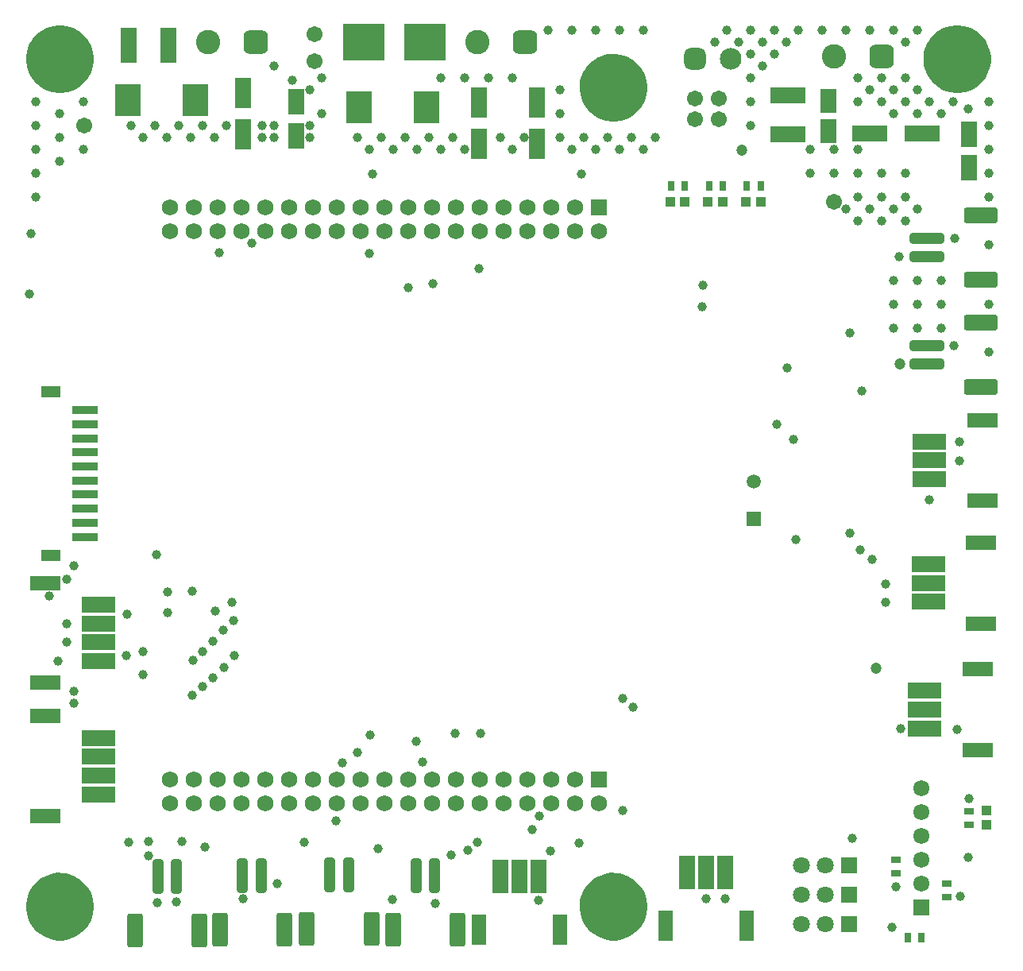
<source format=gts>
G04*
G04 #@! TF.GenerationSoftware,Altium Limited,Altium Designer,21.3.2 (30)*
G04*
G04 Layer_Color=8388736*
%FSTAX25Y25*%
%MOIN*%
G70*
G04*
G04 #@! TF.SameCoordinates,EB2CAA8E-72F9-4FA4-A601-E6806EDF6347*
G04*
G04*
G04 #@! TF.FilePolarity,Negative*
G04*
G01*
G75*
%ADD42R,0.14186X0.06706*%
%ADD43R,0.13005X0.06312*%
G04:AMPARAMS|DCode=44|XSize=67.06mil|YSize=141.86mil|CornerRadius=11.38mil|HoleSize=0mil|Usage=FLASHONLY|Rotation=180.000|XOffset=0mil|YOffset=0mil|HoleType=Round|Shape=RoundedRectangle|*
%AMROUNDEDRECTD44*
21,1,0.06706,0.11909,0,0,180.0*
21,1,0.04429,0.14186,0,0,180.0*
1,1,0.02276,-0.02215,0.05955*
1,1,0.02276,0.02215,0.05955*
1,1,0.02276,0.02215,-0.05955*
1,1,0.02276,-0.02215,-0.05955*
%
%ADD44ROUNDEDRECTD44*%
G04:AMPARAMS|DCode=45|XSize=47.37mil|YSize=145.8mil|CornerRadius=13.84mil|HoleSize=0mil|Usage=FLASHONLY|Rotation=180.000|XOffset=0mil|YOffset=0mil|HoleType=Round|Shape=RoundedRectangle|*
%AMROUNDEDRECTD45*
21,1,0.04737,0.11811,0,0,180.0*
21,1,0.01968,0.14580,0,0,180.0*
1,1,0.02769,-0.00984,0.05906*
1,1,0.02769,0.00984,0.05906*
1,1,0.02769,0.00984,-0.05906*
1,1,0.02769,-0.00984,-0.05906*
%
%ADD45ROUNDEDRECTD45*%
%ADD46R,0.08280X0.05131*%
%ADD47R,0.11036X0.03556*%
%ADD48R,0.06312X0.13005*%
%ADD49R,0.06706X0.14186*%
%ADD50R,0.03950X0.03950*%
%ADD51R,0.07099X0.11036*%
%ADD52R,0.07099X0.12611*%
%ADD53R,0.10642X0.13202*%
%ADD54C,0.06706*%
G04:AMPARAMS|DCode=55|XSize=47.37mil|YSize=145.8mil|CornerRadius=13.84mil|HoleSize=0mil|Usage=FLASHONLY|Rotation=270.000|XOffset=0mil|YOffset=0mil|HoleType=Round|Shape=RoundedRectangle|*
%AMROUNDEDRECTD55*
21,1,0.04737,0.11811,0,0,270.0*
21,1,0.01968,0.14580,0,0,270.0*
1,1,0.02769,-0.05906,-0.00984*
1,1,0.02769,-0.05906,0.00984*
1,1,0.02769,0.05906,0.00984*
1,1,0.02769,0.05906,-0.00984*
%
%ADD55ROUNDEDRECTD55*%
%ADD56R,0.06902X0.10052*%
%ADD57R,0.14580X0.07099*%
%ADD58R,0.04343X0.02965*%
%ADD59R,0.17493X0.15800*%
%ADD60R,0.02965X0.04343*%
%ADD61R,0.03950X0.03950*%
G04:AMPARAMS|DCode=62|XSize=67.06mil|YSize=141.86mil|CornerRadius=11.38mil|HoleSize=0mil|Usage=FLASHONLY|Rotation=270.000|XOffset=0mil|YOffset=0mil|HoleType=Round|Shape=RoundedRectangle|*
%AMROUNDEDRECTD62*
21,1,0.06706,0.11909,0,0,270.0*
21,1,0.04429,0.14186,0,0,270.0*
1,1,0.02276,-0.05955,-0.02215*
1,1,0.02276,-0.05955,0.02215*
1,1,0.02276,0.05955,0.02215*
1,1,0.02276,0.05955,-0.02215*
%
%ADD62ROUNDEDRECTD62*%
%ADD63R,0.14800X0.06800*%
%ADD64R,0.06800X0.14800*%
G04:AMPARAMS|DCode=65|XSize=102.49mil|YSize=102.49mil|CornerRadius=27.62mil|HoleSize=0mil|Usage=FLASHONLY|Rotation=180.000|XOffset=0mil|YOffset=0mil|HoleType=Round|Shape=RoundedRectangle|*
%AMROUNDEDRECTD65*
21,1,0.10249,0.04724,0,0,180.0*
21,1,0.04724,0.10249,0,0,180.0*
1,1,0.05524,-0.02362,0.02362*
1,1,0.05524,0.02362,0.02362*
1,1,0.05524,0.02362,-0.02362*
1,1,0.05524,-0.02362,-0.02362*
%
%ADD65ROUNDEDRECTD65*%
%ADD66C,0.09068*%
%ADD67R,0.07099X0.07099*%
%ADD68C,0.07099*%
%ADD69C,0.06784*%
%ADD70R,0.06784X0.06784*%
%ADD71C,0.16548*%
%ADD72R,0.05950X0.05950*%
%ADD73C,0.05950*%
%ADD74C,0.06824*%
%ADD75R,0.06824X0.06824*%
%ADD76C,0.10249*%
G04:AMPARAMS|DCode=77|XSize=90.68mil|YSize=90.68mil|CornerRadius=24.67mil|HoleSize=0mil|Usage=FLASHONLY|Rotation=0.000|XOffset=0mil|YOffset=0mil|HoleType=Round|Shape=RoundedRectangle|*
%AMROUNDEDRECTD77*
21,1,0.09068,0.04134,0,0,0.0*
21,1,0.04134,0.09068,0,0,0.0*
1,1,0.04934,0.02067,-0.02067*
1,1,0.04934,-0.02067,-0.02067*
1,1,0.04934,-0.02067,0.02067*
1,1,0.04934,0.02067,0.02067*
%
%ADD77ROUNDEDRECTD77*%
%ADD78C,0.03950*%
%ADD79C,0.04737*%
%ADD80C,0.03398*%
G36*
X0159174Y0097159D02*
X0159174Y0096234D01*
X0158932Y0094401D01*
X0158454Y0092615D01*
X0157746Y0090906D01*
X0156821Y0089305D01*
X0155696Y0087838D01*
X0154388Y008653D01*
X0152921Y0085404D01*
X0151319Y008448D01*
X0149611Y0083772D01*
X0147825Y0083293D01*
X0145991Y0083052D01*
X0145067D01*
X0144133Y0083052D01*
X0142283Y0083295D01*
X014048Y0083778D01*
X0138756Y0084492D01*
X0137139Y0085425D01*
X0135658Y0086561D01*
X0134338Y008788D01*
X0133202Y0089361D01*
X0132269Y0090977D01*
X0131554Y0092702D01*
X0131071Y0094504D01*
X0130827Y0096355D01*
X0130827Y0097288D01*
X0130827Y0098216D01*
X013107Y0100055D01*
X0131551Y0101847D01*
X0132263Y010356D01*
X0133193Y0105165D01*
X0134326Y0106635D01*
X0135641Y0107943D01*
X0137116Y0109069D01*
X0138725Y0109991D01*
X0140442Y0110695D01*
X0142236Y0111168D01*
X0144076Y0111403D01*
X0145004Y0111398D01*
X0145934Y0111394D01*
X0147778Y0111142D01*
X0149573Y0110653D01*
X015129Y0109935D01*
X0152898Y0108999D01*
X0154371Y0107862D01*
X0155684Y0106544D01*
X0156813Y0105065D01*
X0157741Y0103452D01*
X0158451Y0101732D01*
X0158931Y0099934D01*
X0159174Y0098089D01*
X0159174Y0097159D01*
D01*
D02*
G37*
G36*
Y0452713D02*
X0159174Y0451789D01*
X0158932Y0449955D01*
X0158454Y0448169D01*
X0157746Y044646D01*
X0156821Y0444859D01*
X0155696Y0443392D01*
X0154388Y0442084D01*
X0152921Y0440959D01*
X0151319Y0440034D01*
X0149611Y0439326D01*
X0147825Y0438848D01*
X0145991Y0438606D01*
X0145067D01*
X0144133Y0438606D01*
X0142283Y0438849D01*
X014048Y0439332D01*
X0138756Y0440046D01*
X0137139Y0440979D01*
X0135658Y0442115D01*
X0134338Y0443435D01*
X0133202Y0444915D01*
X0132269Y0446532D01*
X0131554Y0448256D01*
X0131071Y0450059D01*
X0130827Y0451909D01*
X0130827Y0452842D01*
X0130827Y045377D01*
X013107Y0455609D01*
X0131551Y0457401D01*
X0132263Y0459114D01*
X0133193Y0460719D01*
X0134326Y0462189D01*
X0135641Y0463498D01*
X0137116Y0464623D01*
X0138725Y0465546D01*
X0140442Y046625D01*
X0142236Y0466723D01*
X0144076Y0466957D01*
X0145004Y0466953D01*
X0145934Y0466948D01*
X0147778Y0466697D01*
X0149573Y0466208D01*
X015129Y0465489D01*
X0152898Y0464554D01*
X0154371Y0463417D01*
X0155684Y0462098D01*
X0156813Y0460619D01*
X0157741Y0459006D01*
X0158451Y0457286D01*
X0158931Y0455488D01*
X0159174Y0453644D01*
X0159174Y0452713D01*
D01*
D02*
G37*
G36*
X0391493Y0097159D02*
X0391493Y0096234D01*
X0391251Y0094401D01*
X0390773Y0092615D01*
X0390065Y0090906D01*
X038914Y0089305D01*
X0388015Y0087838D01*
X0386707Y008653D01*
X038524Y0085404D01*
X0383638Y008448D01*
X038193Y0083772D01*
X0380144Y0083293D01*
X037831Y0083052D01*
X0377386D01*
X0376452Y0083052D01*
X0374602Y0083295D01*
X0372799Y0083778D01*
X0371075Y0084492D01*
X0369458Y0085425D01*
X0367977Y0086561D01*
X0366657Y008788D01*
X0365521Y0089361D01*
X0364587Y0090977D01*
X0363873Y0092702D01*
X036339Y0094504D01*
X0363146Y0096355D01*
X0363145Y0097288D01*
X0363145Y0098216D01*
X0363388Y0100055D01*
X036387Y0101847D01*
X0364582Y010356D01*
X0365512Y0105165D01*
X0366644Y0106635D01*
X0367959Y0107943D01*
X0369434Y0109069D01*
X0371044Y0109991D01*
X0372761Y0110695D01*
X0374554Y0111168D01*
X0376395Y0111403D01*
X0377323Y0111398D01*
X0378253Y0111394D01*
X0380097Y0111142D01*
X0381892Y0110653D01*
X0383609Y0109935D01*
X0385217Y0108999D01*
X038669Y0107862D01*
X0388003Y0106544D01*
X0389132Y0105065D01*
X039006Y0103452D01*
X039077Y0101732D01*
X039125Y0099934D01*
X0391492Y0098089D01*
X0391493Y0097159D01*
D01*
D02*
G37*
G36*
Y0440723D02*
X0391493Y0439798D01*
X0391251Y0437965D01*
X0390773Y0436178D01*
X0390065Y043447D01*
X038914Y0432868D01*
X0388015Y0431401D01*
X0386707Y0430094D01*
X038524Y0428968D01*
X0383638Y0428043D01*
X038193Y0427336D01*
X0380144Y0426857D01*
X037831Y0426616D01*
X0377386D01*
X0376452Y0426616D01*
X0374602Y0426859D01*
X0372799Y0427342D01*
X0371075Y0428056D01*
X0369458Y0428989D01*
X0367977Y0430125D01*
X0366657Y0431444D01*
X0365521Y0432925D01*
X0364587Y0434541D01*
X0363873Y0436265D01*
X036339Y0438068D01*
X0363146Y0439918D01*
X0363145Y0440852D01*
X0363145Y0441779D01*
X0363388Y0443619D01*
X036387Y044541D01*
X0364582Y0447123D01*
X0365512Y0448729D01*
X0366644Y0450198D01*
X0367959Y0451507D01*
X0369434Y0452633D01*
X0371044Y0453555D01*
X0372761Y0454259D01*
X0374554Y0454732D01*
X0376395Y0454966D01*
X0377323Y0454962D01*
X0378253Y0454957D01*
X0380097Y0454706D01*
X0381892Y0454217D01*
X0383609Y0453499D01*
X0385217Y0452563D01*
X038669Y0451426D01*
X0388003Y0450107D01*
X0389132Y0448629D01*
X039006Y0447016D01*
X039077Y0445296D01*
X039125Y0443498D01*
X0391492Y0441653D01*
X0391493Y0440723D01*
D01*
D02*
G37*
G36*
X0535772Y0452713D02*
X0535772Y0451789D01*
X0535531Y0449955D01*
X0535052Y0448169D01*
X0534344Y044646D01*
X053342Y0444859D01*
X0532294Y0443392D01*
X0530986Y0442084D01*
X0529519Y0440959D01*
X0527918Y0440034D01*
X0526209Y0439326D01*
X0524423Y0438848D01*
X052259Y0438606D01*
X0521665D01*
X0520732Y0438606D01*
X0518882Y0438849D01*
X0517079Y0439332D01*
X0515354Y0440046D01*
X0513738Y0440979D01*
X0512257Y0442115D01*
X0510937Y0443435D01*
X05098Y0444915D01*
X0508867Y0446532D01*
X0508152Y0448256D01*
X0507669Y0450059D01*
X0507425Y0451909D01*
X0507425Y0452842D01*
X0507425Y045377D01*
X0507668Y0455609D01*
X0508149Y0457401D01*
X0508861Y0459114D01*
X0509792Y0460719D01*
X0510924Y0462189D01*
X0512239Y0463498D01*
X0513714Y0464623D01*
X0515323Y0465546D01*
X051704Y046625D01*
X0518834Y0466723D01*
X0520675Y0466957D01*
X0521602Y0466953D01*
X0522533Y0466948D01*
X0524376Y0466697D01*
X0526172Y0466208D01*
X0527888Y0465489D01*
X0529496Y0464554D01*
X0530969Y0463417D01*
X0532282Y0462098D01*
X0533412Y0460619D01*
X053434Y0459006D01*
X053505Y0457286D01*
X053553Y0455488D01*
X0535772Y0453644D01*
X0535772Y0452713D01*
D01*
D02*
G37*
D42*
X0161198Y0200289D02*
D03*
Y0216037D02*
D03*
Y0223911D02*
D03*
Y0208163D02*
D03*
X0161298Y0160137D02*
D03*
Y0168011D02*
D03*
Y0152263D02*
D03*
Y0144389D02*
D03*
X0509887Y0276584D02*
D03*
X0508Y0187748D02*
D03*
Y0179874D02*
D03*
Y0172D02*
D03*
X05094Y02251D02*
D03*
Y0232974D02*
D03*
Y0240848D02*
D03*
X0509887Y0292332D02*
D03*
Y0284457D02*
D03*
D43*
X0138954Y0191234D02*
D03*
Y0232966D02*
D03*
X0139054Y0135334D02*
D03*
Y0177066D02*
D03*
X0530244Y0162945D02*
D03*
Y0196803D02*
D03*
X0531644Y0249903D02*
D03*
Y0216045D02*
D03*
X0532131Y0267528D02*
D03*
Y0301387D02*
D03*
D44*
X0203646Y0087362D02*
D03*
X017648D02*
D03*
X0284769Y0087562D02*
D03*
X0311934D02*
D03*
X0248635Y00879D02*
D03*
X02758D02*
D03*
X0212056Y0087536D02*
D03*
X0239221D02*
D03*
D45*
X0186126Y011D02*
D03*
X0194D02*
D03*
X0302289Y01102D02*
D03*
X0294415D02*
D03*
X0266154Y0110538D02*
D03*
X025828D02*
D03*
X0229576Y0110174D02*
D03*
X0221702D02*
D03*
D46*
X014113Y0244712D02*
D03*
Y0313216D02*
D03*
D47*
X01555Y0270106D02*
D03*
Y0276011D02*
D03*
Y0293728D02*
D03*
Y0299633D02*
D03*
Y0305539D02*
D03*
Y0287822D02*
D03*
Y0281916D02*
D03*
Y02642D02*
D03*
Y0258295D02*
D03*
Y0252389D02*
D03*
D48*
X03548Y00876D02*
D03*
X0320942D02*
D03*
X0399268Y0089173D02*
D03*
X0433126D02*
D03*
D49*
X0329997Y0109844D02*
D03*
X0337871D02*
D03*
X0345745D02*
D03*
X0424071Y0111417D02*
D03*
X0416197D02*
D03*
X0408323D02*
D03*
D50*
X0401088Y0392818D02*
D03*
X0416938D02*
D03*
X0432788D02*
D03*
X0407387D02*
D03*
X0423237D02*
D03*
X0439087D02*
D03*
D51*
X02443Y0434787D02*
D03*
X05264Y0421378D02*
D03*
X02443Y0420613D02*
D03*
X05264Y0407205D02*
D03*
D52*
X02219Y04386D02*
D03*
X03208Y0434461D02*
D03*
X03453Y04344D02*
D03*
X02219Y0421277D02*
D03*
X03208Y0417139D02*
D03*
X03453Y0417077D02*
D03*
D53*
X0202054Y0435424D02*
D03*
X0299Y04325D02*
D03*
X0173708Y0435424D02*
D03*
X0270654Y04325D02*
D03*
D54*
X0252Y04519D02*
D03*
X02518Y04632D02*
D03*
X047Y03928D02*
D03*
X0155092Y042506D02*
D03*
X04215Y04362D02*
D03*
Y04274D02*
D03*
X04115Y04362D02*
D03*
Y04274D02*
D03*
D55*
X0508902Y0332718D02*
D03*
Y0377676D02*
D03*
Y0324844D02*
D03*
Y0369801D02*
D03*
D56*
X04677Y0435098D02*
D03*
Y04225D02*
D03*
D57*
X0506924Y04214D02*
D03*
X0484876D02*
D03*
D58*
X0496Y0117D02*
D03*
Y0111291D02*
D03*
X0517172Y0107D02*
D03*
Y0101291D02*
D03*
X05266Y0131417D02*
D03*
Y0137126D02*
D03*
D59*
X0272426Y046D02*
D03*
X02983D02*
D03*
D60*
X0417529Y0399418D02*
D03*
X0423237D02*
D03*
X0433379D02*
D03*
X0439087D02*
D03*
X0401679D02*
D03*
X0407387D02*
D03*
X05065Y00841D02*
D03*
X0500791D02*
D03*
D61*
X05339Y0131417D02*
D03*
Y0137716D02*
D03*
D62*
X053154Y0342364D02*
D03*
Y0315198D02*
D03*
Y0387321D02*
D03*
Y0360156D02*
D03*
D63*
X04507Y0437641D02*
D03*
Y04211D02*
D03*
D64*
X0174Y04587D02*
D03*
X0190541D02*
D03*
D65*
X049Y0453852D02*
D03*
X0340186Y046D02*
D03*
X02271D02*
D03*
D66*
X04265Y045285D02*
D03*
D67*
X04763Y01023D02*
D03*
Y01147D02*
D03*
Y00899D02*
D03*
D68*
X04663Y01023D02*
D03*
X04563D02*
D03*
X04663Y01147D02*
D03*
X04563D02*
D03*
X04663Y00899D02*
D03*
X04563D02*
D03*
D69*
X05065Y0117D02*
D03*
Y0107D02*
D03*
Y0127D02*
D03*
Y0137D02*
D03*
Y0147D02*
D03*
D70*
Y0097D02*
D03*
D71*
X0377319Y0097225D02*
D03*
Y0440789D02*
D03*
X0145Y0452779D02*
D03*
Y0097225D02*
D03*
X0521598Y0452779D02*
D03*
D72*
X04362Y0259826D02*
D03*
D73*
Y0275574D02*
D03*
D74*
X0221069Y0140437D02*
D03*
X0191068D02*
D03*
X0201068D02*
D03*
Y0150437D02*
D03*
X0211069Y0140437D02*
D03*
Y0150437D02*
D03*
X0221069D02*
D03*
X0231068Y0140437D02*
D03*
Y0150437D02*
D03*
X0241069Y0140437D02*
D03*
Y0150437D02*
D03*
X0251068Y0140437D02*
D03*
Y0150437D02*
D03*
X0261069Y0140437D02*
D03*
Y0150437D02*
D03*
X0271069Y0140437D02*
D03*
Y0150437D02*
D03*
X0281068Y0140437D02*
D03*
Y0150437D02*
D03*
X0291069Y0140437D02*
D03*
Y0150437D02*
D03*
X0301068Y0140437D02*
D03*
Y0150437D02*
D03*
X0311069Y0140437D02*
D03*
Y0150437D02*
D03*
X0321069Y0140437D02*
D03*
Y0150437D02*
D03*
X0331068Y0140437D02*
D03*
Y0150437D02*
D03*
X0341069Y0140437D02*
D03*
Y0150437D02*
D03*
X0351068Y0140437D02*
D03*
Y0150437D02*
D03*
X0361069Y0140437D02*
D03*
Y0150437D02*
D03*
X0371069Y0140437D02*
D03*
X0191068Y0150437D02*
D03*
Y0380437D02*
D03*
X0201068D02*
D03*
Y0390437D02*
D03*
X0211069Y0380437D02*
D03*
Y0390437D02*
D03*
X0221069Y0380437D02*
D03*
Y0390437D02*
D03*
X0231068Y0380437D02*
D03*
Y0390437D02*
D03*
X0241069Y0380437D02*
D03*
Y0390437D02*
D03*
X0251068Y0380437D02*
D03*
Y0390437D02*
D03*
X0261069Y0380437D02*
D03*
Y0390437D02*
D03*
X0271069Y0380437D02*
D03*
Y0390437D02*
D03*
X0281068Y0380437D02*
D03*
Y0390437D02*
D03*
X0291069Y0380437D02*
D03*
Y0390437D02*
D03*
X0301068Y0380437D02*
D03*
Y0390437D02*
D03*
X0311069Y0380437D02*
D03*
Y0390437D02*
D03*
X0321069Y0380437D02*
D03*
Y0390437D02*
D03*
X0331068Y0380437D02*
D03*
Y0390437D02*
D03*
X0341069Y0380437D02*
D03*
Y0390437D02*
D03*
X0351068Y0380437D02*
D03*
Y0390437D02*
D03*
X0361069Y0380437D02*
D03*
Y0390437D02*
D03*
X0371069Y0380437D02*
D03*
X0191068Y0390437D02*
D03*
D75*
X0371069Y0150437D02*
D03*
Y0390437D02*
D03*
D76*
X047Y0453852D02*
D03*
X0320186Y046D02*
D03*
X02071D02*
D03*
D77*
X04115Y045285D02*
D03*
D78*
X029126Y0356773D02*
D03*
X03014Y03587D02*
D03*
X01508Y02403D02*
D03*
X02008Y02005D02*
D03*
X0132088Y03543D02*
D03*
X0205Y01894D02*
D03*
X02093Y01933D02*
D03*
X02219Y01005D02*
D03*
X03025Y00986D02*
D03*
X0186013Y0099013D02*
D03*
X01939Y00991D02*
D03*
X02785Y0121562D02*
D03*
X02844Y01003D02*
D03*
X02363Y0107D02*
D03*
X0235Y045D02*
D03*
X025Y044D02*
D03*
X0255Y043D02*
D03*
Y0445D02*
D03*
X0305D02*
D03*
X0315D02*
D03*
X0325D02*
D03*
X0335D02*
D03*
X0355Y043D02*
D03*
Y044D02*
D03*
X042Y046D02*
D03*
X043D02*
D03*
X0425Y0465D02*
D03*
X0435Y0425D02*
D03*
Y0435D02*
D03*
Y0445D02*
D03*
Y0455D02*
D03*
X044Y045D02*
D03*
X0445Y0455D02*
D03*
X02005Y02294D02*
D03*
X0210097Y0221203D02*
D03*
X02171Y0225D02*
D03*
X02091Y02084D02*
D03*
X02136Y02131D02*
D03*
X02179Y02173D02*
D03*
X01901Y02292D02*
D03*
X02048Y02043D02*
D03*
X02181Y02024D02*
D03*
X0214Y01974D02*
D03*
X0174Y01243D02*
D03*
X02007Y01858D02*
D03*
X01854Y02449D02*
D03*
X02119Y03714D02*
D03*
X02255Y03757D02*
D03*
X01509Y01876D02*
D03*
X0173Y02026D02*
D03*
X01407Y02274D02*
D03*
X01329Y03796D02*
D03*
X024265Y044395D02*
D03*
X018Y02043D02*
D03*
X018Y01947D02*
D03*
X01902Y02207D02*
D03*
X03092Y01188D02*
D03*
X03202Y0124188D02*
D03*
X03432Y01294D02*
D03*
X03462Y01351D02*
D03*
X0414763Y0357763D02*
D03*
X04539Y02511D02*
D03*
X04147Y03489D02*
D03*
X04458Y02996D02*
D03*
X04529Y02931D02*
D03*
X0275Y03712D02*
D03*
X03209Y0365D02*
D03*
X04501Y03231D02*
D03*
X03459Y00998D02*
D03*
X04943Y00886D02*
D03*
X01733Y022D02*
D03*
X0148Y02347D02*
D03*
X01963Y01247D02*
D03*
X0206Y01221D02*
D03*
X01821Y01185D02*
D03*
X01822Y01245D02*
D03*
X01442Y02003D02*
D03*
X01478Y02158D02*
D03*
X0148Y02081D02*
D03*
X03162Y01208D02*
D03*
X02608Y01332D02*
D03*
X02475Y01243D02*
D03*
X0310984Y0170016D02*
D03*
X01509Y01825D02*
D03*
X03812Y01376D02*
D03*
X03813Y01845D02*
D03*
X03855Y0181D02*
D03*
X03508Y01206D02*
D03*
X03629Y0124D02*
D03*
X02945Y01665D02*
D03*
X02752Y01692D02*
D03*
X027Y0162D02*
D03*
X02635Y01575D02*
D03*
X03214Y0169937D02*
D03*
X03639Y04045D02*
D03*
X0481Y0247D02*
D03*
X0486Y0243D02*
D03*
X04915Y0225D02*
D03*
Y02325D02*
D03*
X05Y046D02*
D03*
X045D02*
D03*
X044D02*
D03*
X035Y0465D02*
D03*
X039D02*
D03*
X038D02*
D03*
X037D02*
D03*
X036D02*
D03*
X0155Y0435D02*
D03*
X0435Y0465D02*
D03*
X0445D02*
D03*
X0455D02*
D03*
X0465D02*
D03*
X0475D02*
D03*
X0485D02*
D03*
X0495D02*
D03*
X0505D02*
D03*
X0515Y043D02*
D03*
X0495D02*
D03*
X0505D02*
D03*
Y044D02*
D03*
X0495D02*
D03*
X0485D02*
D03*
X0505Y039D02*
D03*
X0495D02*
D03*
X0485D02*
D03*
X0475D02*
D03*
X048Y0395D02*
D03*
Y0385D02*
D03*
X049D02*
D03*
X05203Y03327D02*
D03*
X0155Y0415D02*
D03*
X0495Y034D02*
D03*
X0505D02*
D03*
X0515D02*
D03*
Y035D02*
D03*
X0505D02*
D03*
X0495D02*
D03*
Y036D02*
D03*
X0505D02*
D03*
X0515D02*
D03*
X05Y0385D02*
D03*
Y0395D02*
D03*
X049D02*
D03*
X052Y0435D02*
D03*
X051D02*
D03*
X05Y0445D02*
D03*
Y0435D02*
D03*
X049D02*
D03*
X048D02*
D03*
Y0445D02*
D03*
X049D02*
D03*
X0535Y033D02*
D03*
Y035D02*
D03*
Y0375D02*
D03*
Y0395D02*
D03*
Y0405D02*
D03*
Y0415D02*
D03*
Y0425D02*
D03*
Y0435D02*
D03*
X0145Y043D02*
D03*
Y042D02*
D03*
Y041D02*
D03*
X0135Y0395D02*
D03*
Y0405D02*
D03*
Y0415D02*
D03*
Y0425D02*
D03*
Y0435D02*
D03*
X052635Y043195D02*
D03*
X05207Y03775D02*
D03*
X04765Y02539D02*
D03*
X05098Y02679D02*
D03*
X04979Y0172D02*
D03*
X04777Y01258D02*
D03*
X023Y042D02*
D03*
X05262Y0118D02*
D03*
X05264Y01427D02*
D03*
X05228Y01014D02*
D03*
X05217Y01717D02*
D03*
X0496Y01056D02*
D03*
X04241Y01006D02*
D03*
X04162Y01007D02*
D03*
X02761Y04045D02*
D03*
X027Y042D02*
D03*
X0275Y0415D02*
D03*
X028Y042D02*
D03*
X0285Y0415D02*
D03*
X029Y042D02*
D03*
X0295Y0415D02*
D03*
X03Y042D02*
D03*
X0305Y0415D02*
D03*
X031Y042D02*
D03*
X0315Y0415D02*
D03*
X033Y042D02*
D03*
X0335Y0415D02*
D03*
X034Y042D02*
D03*
X0355D02*
D03*
X036Y0415D02*
D03*
X0365Y042D02*
D03*
X037Y0415D02*
D03*
X0375Y042D02*
D03*
X038Y0415D02*
D03*
X0385Y042D02*
D03*
X039Y0415D02*
D03*
X0395Y042D02*
D03*
X0175Y0425D02*
D03*
X0205D02*
D03*
X02Y042D02*
D03*
X018D02*
D03*
X0185Y0425D02*
D03*
X025Y042D02*
D03*
Y0425D02*
D03*
X0235D02*
D03*
Y042D02*
D03*
X023Y0425D02*
D03*
X0215D02*
D03*
X021Y042D02*
D03*
X0195Y0425D02*
D03*
X019Y042D02*
D03*
X04815Y03134D02*
D03*
X0497149Y0369851D02*
D03*
X04765Y03378D02*
D03*
X05225Y02842D02*
D03*
X0522534Y0292266D02*
D03*
X02973Y01578D02*
D03*
X046Y0415D02*
D03*
X047D02*
D03*
X05Y0405D02*
D03*
X049D02*
D03*
X046D02*
D03*
X047D02*
D03*
X048Y0415D02*
D03*
Y0405D02*
D03*
D79*
X04875Y01973D02*
D03*
X0497528Y0324872D02*
D03*
X04313Y04146D02*
D03*
D80*
X038165Y0086792D02*
D03*
X0366886Y0092895D02*
D03*
X0372988Y0107658D02*
D03*
X0387752Y0101556D02*
D03*
X0366886D02*
D03*
X038165Y0107658D02*
D03*
X0387752Y0092895D02*
D03*
X0372988Y0086792D02*
D03*
Y0430356D02*
D03*
X0387752Y0436458D02*
D03*
X038165Y0451222D02*
D03*
X0366886Y044512D02*
D03*
X0387752D02*
D03*
X0372988Y0451222D02*
D03*
X0366886Y0436458D02*
D03*
X038165Y0430356D02*
D03*
X0140669Y0442346D02*
D03*
X0155433Y0448449D02*
D03*
X0149331Y0463213D02*
D03*
X0134567Y045711D02*
D03*
X0155433D02*
D03*
X0140669Y0463213D02*
D03*
X0134567Y0448449D02*
D03*
X0149331Y0442346D02*
D03*
X0140669Y0086792D02*
D03*
X0155433Y0092895D02*
D03*
X0149331Y0107658D02*
D03*
X0134567Y0101556D02*
D03*
X0155433D02*
D03*
X0140669Y0107658D02*
D03*
X0134567Y0092895D02*
D03*
X0149331Y0086792D02*
D03*
X0517268Y0442346D02*
D03*
X0532031Y0448449D02*
D03*
X0525929Y0463213D02*
D03*
X0511165Y045711D02*
D03*
X0532031D02*
D03*
X0517268Y0463213D02*
D03*
X0511165Y0448449D02*
D03*
X0525929Y0442346D02*
D03*
M02*

</source>
